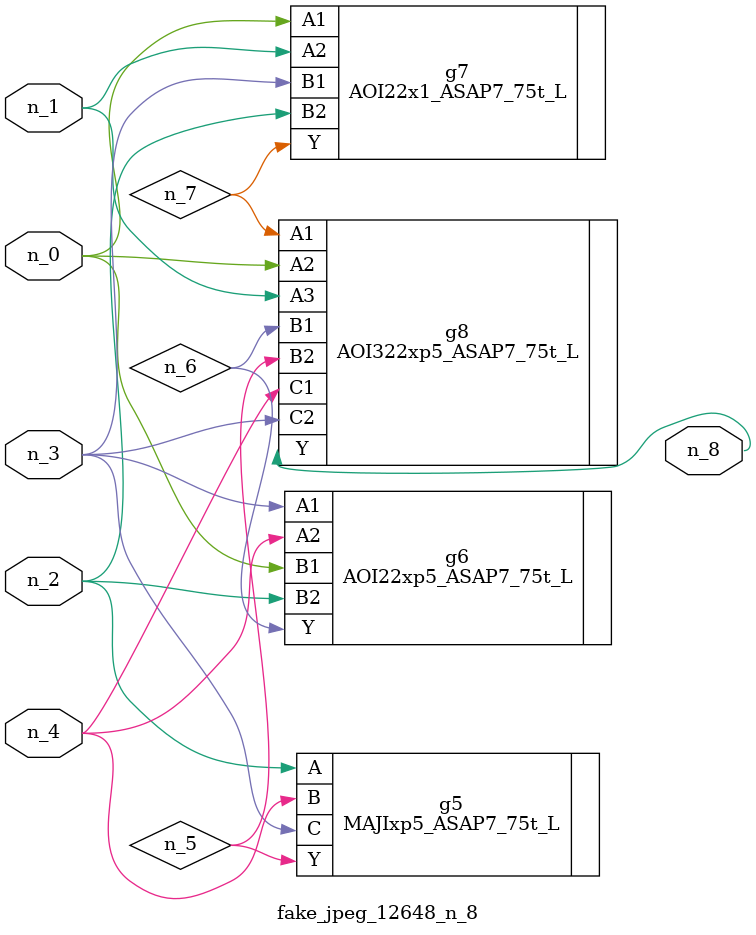
<source format=v>
module fake_jpeg_12648_n_8 (n_3, n_2, n_1, n_0, n_4, n_8);

input n_3;
input n_2;
input n_1;
input n_0;
input n_4;

output n_8;

wire n_6;
wire n_5;
wire n_7;

MAJIxp5_ASAP7_75t_L g5 ( 
.A(n_2),
.B(n_4),
.C(n_3),
.Y(n_5)
);

AOI22xp5_ASAP7_75t_L g6 ( 
.A1(n_3),
.A2(n_4),
.B1(n_0),
.B2(n_2),
.Y(n_6)
);

AOI22x1_ASAP7_75t_L g7 ( 
.A1(n_0),
.A2(n_1),
.B1(n_3),
.B2(n_2),
.Y(n_7)
);

AOI322xp5_ASAP7_75t_L g8 ( 
.A1(n_7),
.A2(n_0),
.A3(n_1),
.B1(n_6),
.B2(n_5),
.C1(n_4),
.C2(n_3),
.Y(n_8)
);


endmodule
</source>
